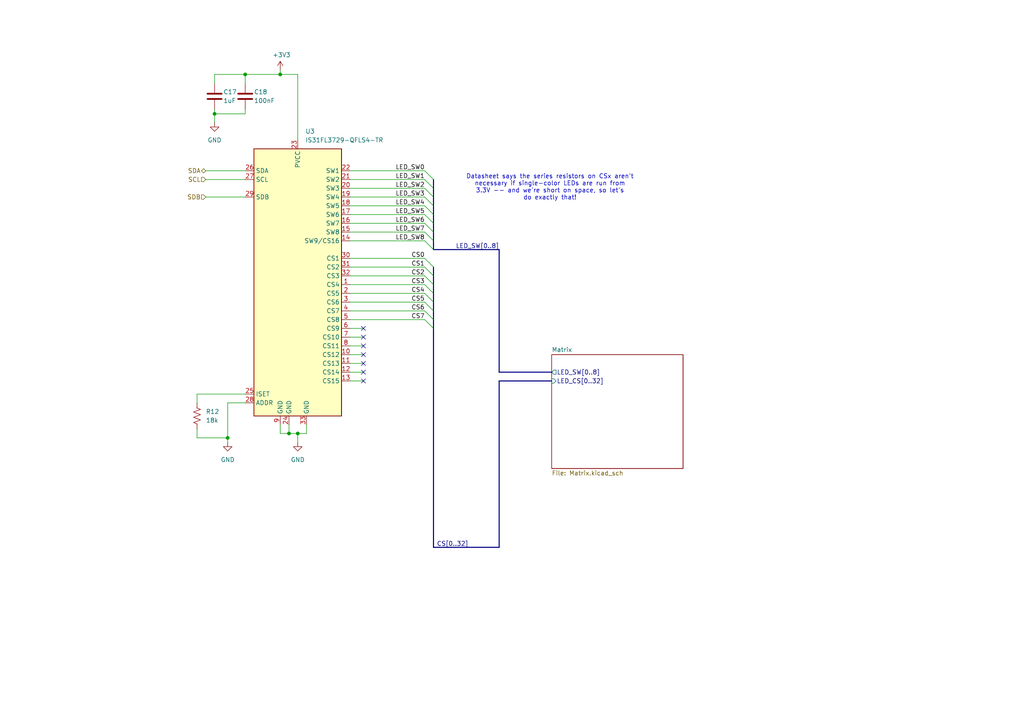
<source format=kicad_sch>
(kicad_sch (version 20231120) (generator "eeschema") (generator_version "8.0")
  (paper "A4")
  (title_block (title "LED Matrix Input Module - LED Driver") (date "2022-12-18") (company "Framework Computer Inc") (comment 1 "This work is licensed under a Creative Commons Attribution 4.0 International License") (comment 2 "https://github.com/FrameworkComputer/InputModules") (comment 3 "https://frame.work"))
  (lib_symbols
    (symbol "Device:C" (pin_numbers hide) (pin_names (offset 0.254))
      (property "Reference" "C" (at 0.635 2.54 0))
      (property "Value" "C" (at 0.635 -2.54 0))
      (symbol "C_0_1"
        (polyline (pts (xy -2.032 -0.762) (xy 2.032 -0.762)) (stroke (width 0.508)))
        (polyline (pts (xy -2.032 0.762) (xy 2.032 0.762)) (stroke (width 0.508)))
      )
      (symbol "C_1_1"
        (pin passive line (at 0 3.81 270) (length 2.794) (name "~") (number "1"))
        (pin passive line (at 0 -3.81 90) (length 2.794) (name "~") (number "2"))
      )
    )
    (symbol "Device:R_US" (pin_numbers hide) (pin_names (offset 0))
      (property "Reference" "R" (at 2.54 0 90))
      (property "Value" "R_US" (at -2.54 0 90))
      (symbol "R_US_0_1"
        (polyline (pts (xy 0 -2.286) (xy 0 -2.54)))
        (polyline (pts (xy 0 2.286) (xy 0 2.54)))
        (polyline (pts (xy 0 -0.762) (xy 1.016 -1.143) (xy 0 -1.524) (xy -1.016 -1.905) (xy 0 -2.286)))
        (polyline (pts (xy 0 0.762) (xy 1.016 0.381) (xy 0 0) (xy -1.016 -0.381) (xy 0 -0.762)))
        (polyline (pts (xy 0 2.286) (xy 1.016 1.905) (xy 0 1.524) (xy -1.016 1.143) (xy 0 0.762)))
      )
      (symbol "R_US_1_1"
        (pin passive line (at 0 3.81 270) (length 1.27) (name "~") (number "1"))
        (pin passive line (at 0 -3.81 90) (length 1.27) (name "~") (number "2"))
      )
    )
    (symbol "LEDMatrix:IS31FL3729"
      (property "Reference" "U" (at -11.43 67.31 0))
      (property "Value" "IS31FL3729-QFLS4-TR" (at 8.89 67.31 0))
      (symbol "IS31FL3729_0_1"
        (rectangle (start -12.7 66.04) (end 12.7 -11.43) (stroke (width 0.254)) (fill (type background)))
      )
      (symbol "IS31FL3729_1_1"
        (pin output line (at 15.24 26.67 180) (length 2.54) (name "CS4") (number "1"))
        (pin output line (at 15.24 6.35 180) (length 2.54) (name "CS12") (number "10"))
        (pin output line (at 15.24 3.81 180) (length 2.54) (name "CS13") (number "11"))
        (pin output line (at 15.24 1.27 180) (length 2.54) (name "CS14") (number "12"))
        (pin output line (at 15.24 -1.27 180) (length 2.54) (name "CS15") (number "13"))
        (pin input line (at 15.24 39.37 180) (length 2.54) (name "SW9/CS16") (number "14"))
        (pin input line (at 15.24 41.91 180) (length 2.54) (name "SW8") (number "15"))
        (pin input line (at 15.24 44.45 180) (length 2.54) (name "SW7") (number "16"))
        (pin input line (at 15.24 46.99 180) (length 2.54) (name "SW6") (number "17"))
        (pin input line (at 15.24 49.53 180) (length 2.54) (name "SW5") (number "18"))
        (pin input line (at 15.24 52.07 180) (length 2.54) (name "SW4") (number "19"))
        (pin output line (at 15.24 24.13 180) (length 2.54) (name "CS5") (number "2"))
        (pin input line (at 15.24 54.61 180) (length 2.54) (name "SW3") (number "20"))
        (pin input line (at 15.24 57.15 180) (length 2.54) (name "SW2") (number "21"))
        (pin input line (at 15.24 59.69 180) (length 2.54) (name "SW1") (number "22"))
        (pin power_in line (at 0 68.58 270) (length 2.54) (name "PVCC") (number "23"))
        (pin power_in line (at -2.54 -13.97 90) (length 2.54) (name "GND") (number "24"))
        (pin input line (at -15.24 -5.08 0) (length 2.54) (name "ISET") (number "25"))
        (pin bidirectional line (at -15.24 59.69 0) (length 2.54) (name "SDA") (number "26"))
        (pin input line (at -15.24 57.15 0) (length 2.54) (name "SCL") (number "27"))
        (pin input line (at -15.24 -7.62 0) (length 2.54) (name "ADDR") (number "28"))
        (pin input line (at -15.24 52.07 0) (length 2.54) (name "SDB") (number "29"))
        (pin output line (at 15.24 21.59 180) (length 2.54) (name "CS6") (number "3"))
        (pin output line (at 15.24 34.29 180) (length 2.54) (name "CS1") (number "30"))
        (pin output line (at 15.24 31.75 180) (length 2.54) (name "CS2") (number "31"))
        (pin output line (at 15.24 29.21 180) (length 2.54) (name "CS3") (number "32"))
        (pin power_in line (at 2.54 -13.97 90) (length 2.54) (name "GND") (number "33"))
        (pin output line (at 15.24 19.05 180) (length 2.54) (name "CS7") (number "4"))
        (pin output line (at 15.24 16.51 180) (length 2.54) (name "CS8") (number "5"))
        (pin output line (at 15.24 13.97 180) (length 2.54) (name "CS9") (number "6"))
        (pin output line (at 15.24 11.43 180) (length 2.54) (name "CS10") (number "7"))
        (pin output line (at 15.24 8.89 180) (length 2.54) (name "CS11") (number "8"))
        (pin power_in line (at -5.08 -13.97 90) (length 2.54) (name "GND") (number "9"))
      )
    )
    (symbol "power:+3V3" (power) (pin_numbers hide) (pin_names (offset 0) hide)
      (property "Value" "+3V3" (at 0 3.556 0))
      (symbol "+3V3_0_1"
        (polyline (pts (xy -0.762 1.27) (xy 0 2.54)))
        (polyline (pts (xy 0 0) (xy 0 2.54)))
        (polyline (pts (xy 0 2.54) (xy 0.762 1.27)))
      )
      (symbol "+3V3_1_1"
        (pin power_in line (at 0 0 90) (length 0) (name "~") (number "1"))
      )
    )
    (symbol "power:GND" (power) (pin_numbers hide) (pin_names (offset 0) hide)
      (property "Value" "GND" (at 0 -3.81 0))
      (symbol "GND_0_1"
        (polyline (pts (xy 0 0) (xy 0 -1.27) (xy 1.27 -1.27) (xy 0 -2.54) (xy -1.27 -1.27) (xy 0 -1.27)))
      )
      (symbol "GND_1_1"
        (pin power_in line (at 0 0 270) (length 0) (name "~") (number "1"))
      )
    )
  )
  (junction (at 86.36 125.73))
  (junction (at 66.04 127))
  (junction (at 83.82 125.73))
  (junction (at 81.28 21.59))
  (junction (at 62.23 33.02))
  (junction (at 71.12 21.59))
  (no_connect (at 105.41 97.79))
  (no_connect (at 105.41 102.87))
  (no_connect (at 105.41 107.95))
  (no_connect (at 105.41 100.33))
  (no_connect (at 105.41 95.25))
  (no_connect (at 105.41 110.49))
  (no_connect (at 105.41 105.41))
  (bus_entry (at 123.19 62.23) (size 2.54 2.54))
  (bus_entry (at 123.19 92.71) (size 2.54 2.54))
  (bus_entry (at 123.19 59.69) (size 2.54 2.54))
  (bus_entry (at 123.19 69.85) (size 2.54 2.54))
  (bus_entry (at 123.19 90.17) (size 2.54 2.54))
  (bus_entry (at 123.19 87.63) (size 2.54 2.54))
  (bus_entry (at 123.19 82.55) (size 2.54 2.54))
  (bus_entry (at 123.19 49.53) (size 2.54 2.54))
  (bus_entry (at 123.19 80.01) (size 2.54 2.54))
  (bus_entry (at 123.19 52.07) (size 2.54 2.54))
  (bus_entry (at 123.19 54.61) (size 2.54 2.54))
  (bus_entry (at 123.19 64.77) (size 2.54 2.54))
  (bus_entry (at 123.19 77.47) (size 2.54 2.54))
  (bus_entry (at 123.19 74.93) (size 2.54 2.54))
  (bus_entry (at 123.19 57.15) (size 2.54 2.54))
  (bus_entry (at 123.19 67.31) (size 2.54 2.54))
  (bus_entry (at 123.19 85.09) (size 2.54 2.54))
  (wire (pts (xy 101.6 67.31) (xy 123.19 67.31)))
  (bus (pts (xy 125.73 90.17) (xy 125.73 92.71)))
  (bus (pts (xy 125.73 64.77) (xy 125.73 67.31)))
  (wire (pts (xy 101.6 87.63) (xy 123.19 87.63)))
  (wire (pts (xy 101.6 80.01) (xy 123.19 80.01)))
  (wire (pts (xy 71.12 31.75) (xy 71.12 33.02)))
  (wire (pts (xy 101.6 95.25) (xy 105.41 95.25)))
  (bus (pts (xy 125.73 62.23) (xy 125.73 64.77)))
  (wire (pts (xy 59.69 52.07) (xy 71.12 52.07)))
  (bus (pts (xy 125.73 67.31) (xy 125.73 69.85)))
  (wire (pts (xy 57.15 127) (xy 66.04 127)))
  (wire (pts (xy 57.15 124.46) (xy 57.15 127)))
  (wire (pts (xy 101.6 62.23) (xy 123.19 62.23)))
  (wire (pts (xy 101.6 52.07) (xy 123.19 52.07)))
  (wire (pts (xy 71.12 21.59) (xy 71.12 24.13)))
  (wire (pts (xy 101.6 54.61) (xy 123.19 54.61)))
  (wire (pts (xy 66.04 127) (xy 66.04 128.27)))
  (bus (pts (xy 125.73 77.47) (xy 125.73 80.01)))
  (wire (pts (xy 101.6 49.53) (xy 123.19 49.53)))
  (bus (pts (xy 125.73 80.01) (xy 125.73 82.55)))
  (bus (pts (xy 125.73 85.09) (xy 125.73 87.63)))
  (wire (pts (xy 62.23 31.75) (xy 62.23 33.02)))
  (bus (pts (xy 144.78 72.39) (xy 144.78 107.95)))
  (wire (pts (xy 81.28 123.19) (xy 81.28 125.73)))
  (bus (pts (xy 144.78 158.75) (xy 144.78 110.49)))
  (wire (pts (xy 81.28 21.59) (xy 81.28 20.32)))
  (bus (pts (xy 125.73 82.55) (xy 125.73 85.09)))
  (wire (pts (xy 59.69 57.15) (xy 71.12 57.15)))
  (bus (pts (xy 125.73 54.61) (xy 125.73 57.15)))
  (wire (pts (xy 101.6 105.41) (xy 105.41 105.41)))
  (bus (pts (xy 125.73 72.39) (xy 144.78 72.39)))
  (wire (pts (xy 101.6 74.93) (xy 123.19 74.93)))
  (wire (pts (xy 86.36 125.73) (xy 83.82 125.73)))
  (bus (pts (xy 125.73 92.71) (xy 125.73 95.25)))
  (wire (pts (xy 101.6 100.33) (xy 105.41 100.33)))
  (wire (pts (xy 101.6 57.15) (xy 123.19 57.15)))
  (bus (pts (xy 144.78 107.95) (xy 160.02 107.95)))
  (wire (pts (xy 101.6 102.87) (xy 105.41 102.87)))
  (bus (pts (xy 125.73 52.07) (xy 125.73 54.61)))
  (bus (pts (xy 125.73 69.85) (xy 125.73 72.39)))
  (wire (pts (xy 101.6 110.49) (xy 105.41 110.49)))
  (wire (pts (xy 66.04 116.84) (xy 66.04 127)))
  (wire (pts (xy 101.6 69.85) (xy 123.19 69.85)))
  (wire (pts (xy 71.12 114.3) (xy 57.15 114.3)))
  (wire (pts (xy 88.9 123.19) (xy 88.9 125.73)))
  (wire (pts (xy 101.6 64.77) (xy 123.19 64.77)))
  (bus (pts (xy 125.73 95.25) (xy 125.73 158.75)))
  (wire (pts (xy 83.82 125.73) (xy 83.82 123.19)))
  (wire (pts (xy 101.6 85.09) (xy 123.19 85.09)))
  (wire (pts (xy 101.6 59.69) (xy 123.19 59.69)))
  (bus (pts (xy 125.73 59.69) (xy 125.73 62.23)))
  (wire (pts (xy 101.6 107.95) (xy 105.41 107.95)))
  (wire (pts (xy 71.12 116.84) (xy 66.04 116.84)))
  (wire (pts (xy 86.36 40.64) (xy 86.36 21.59)))
  (wire (pts (xy 62.23 21.59) (xy 71.12 21.59)))
  (wire (pts (xy 88.9 125.73) (xy 86.36 125.73)))
  (wire (pts (xy 57.15 114.3) (xy 57.15 116.84)))
  (bus (pts (xy 125.73 57.15) (xy 125.73 59.69)))
  (wire (pts (xy 101.6 90.17) (xy 123.19 90.17)))
  (wire (pts (xy 101.6 97.79) (xy 105.41 97.79)))
  (wire (pts (xy 101.6 77.47) (xy 123.19 77.47)))
  (wire (pts (xy 101.6 82.55) (xy 123.19 82.55)))
  (wire (pts (xy 81.28 125.73) (xy 83.82 125.73)))
  (wire (pts (xy 81.28 21.59) (xy 86.36 21.59)))
  (bus (pts (xy 144.78 110.49) (xy 160.02 110.49)))
  (bus (pts (xy 125.73 87.63) (xy 125.73 90.17)))
  (wire (pts (xy 62.23 33.02) (xy 62.23 35.56)))
  (wire (pts (xy 71.12 21.59) (xy 81.28 21.59)))
  (wire (pts (xy 62.23 24.13) (xy 62.23 21.59)))
  (wire (pts (xy 71.12 33.02) (xy 62.23 33.02)))
  (bus (pts (xy 125.73 158.75) (xy 144.78 158.75)))
  (wire (pts (xy 101.6 92.71) (xy 123.19 92.71)))
  (wire (pts (xy 59.69 49.53) (xy 71.12 49.53)))
  (wire (pts (xy 86.36 125.73) (xy 86.36 128.27)))
  (text "Datasheet says the series resistors on CSx aren't\nnecessary if single-color LEDs are run from\n3.3V -- and we're short on space, so let's\ndo exactly that!" (at 159.512 54.356 0) (effects (font (size 1.27 1.27))))
  (label "LED_SW5" (at 123.19 62.23 180))
  (label "LED_SW1" (at 123.19 52.07 180))
  (label "LED_SW4" (at 123.19 59.69 180))
  (label "LED_SW8" (at 123.19 69.85 180))
  (label "CS0" (at 123.19 74.93 180))
  (label "LED_SW7" (at 123.19 67.31 180))
  (label "LED_SW3" (at 123.19 57.15 180))
  (label "LED_SW0" (at 123.19 49.53 180))
  (label "LED_SW[0..8]" (at 144.78 72.39 180))
  (label "CS5" (at 123.19 87.63 180))
  (label "CS7" (at 123.19 92.71 180))
  (label "CS6" (at 123.19 90.17 180))
  (label "CS1" (at 123.19 77.47 180))
  (label "LED_SW2" (at 123.19 54.61 180))
  (label "CS2" (at 123.19 80.01 180))
  (label "CS4" (at 123.19 85.09 180))
  (label "CS3" (at 123.19 82.55 180))
  (label "LED_SW6" (at 123.19 64.77 180))
  (label "CS[0..32]" (at 135.89 158.75 180))
  (hierarchical_label "SDB" (shape input) (at 59.69 57.15 180))
  (hierarchical_label "SCL" (shape input) (at 59.69 52.07 180))
  (hierarchical_label "SDA" (shape bidirectional) (at 59.69 49.53 180))
  (symbol (lib_id "Device:R_US") (at 57.15 120.65 0) (unit 1)
    (property "Reference" "R12" (at 59.69 119.3799 0) (effects (justify left)))
    (property "Value" "18k" (at 59.69 121.9199 0) (effects (justify left)))
    (property "Footprint" "Resistor_SMD:R_0402_1005Metric" (effects (hide yes)))
    (property "Description" "Resistor, US symbol" (effects (hide yes)))
    (property "LCSC" "C25762" (effects (hide yes)))
  )
  (symbol (lib_id "power:+3V3") (at 81.28 20.32 0) (unit 1)
    (property "Reference" "#PWR01" (effects (hide yes)))
    (property "Value" "+3V3" (at 81.661 15.9258 0))
    (property "Description" "Power symbol creates a global label with name \"+3V3\"" (effects (hide yes)))
  )
  (symbol (lib_id "Device:C") (at 71.12 27.94 0) (unit 1)
    (property "Reference" "C18" (at 73.66 26.67 0) (effects (justify left)))
    (property "Value" "100nF" (at 73.66 29.21 0) (effects (justify left)))
    (property "Footprint" "Capacitor_SMD:C_0402_1005Metric" (effects (hide yes)))
    (property "Description" "Unpolarized capacitor" (effects (hide yes)))
    (property "Digikey" "1276-1001-1-ND" (effects (hide yes)))
    (property "LCSC" "C1525" (effects (hide yes)))
  )
  (symbol (lib_id "power:GND") (at 62.23 35.56 0) (unit 1)
    (property "Reference" "#PWR028" (effects (hide yes)))
    (property "Value" "GND" (at 62.23 40.64 0))
    (property "Description" "Power symbol creates a global label with name \"GND\" , ground" (effects (hide yes)))
  )
  (symbol (lib_id "Device:C") (at 62.23 27.94 0) (unit 1)
    (property "Reference" "C17" (at 64.77 26.67 0) (effects (justify left)))
    (property "Value" "1uF" (at 64.77 29.21 0) (effects (justify left)))
    (property "Footprint" "Capacitor_SMD:C_0402_1005Metric" (effects (hide yes)))
    (property "Description" "Unpolarized capacitor" (effects (hide yes)))
    (property "Digikey" "1276-1445-1-ND" (effects (hide yes)))
    (property "LCSC" "C52923" (effects (hide yes)))
  )
  (symbol (lib_id "power:GND") (at 86.36 128.27 0) (unit 1)
    (property "Reference" "#PWR031" (effects (hide yes)))
    (property "Value" "GND" (at 86.36 133.35 0))
    (property "Description" "Power symbol creates a global label with name \"GND\" , ground" (effects (hide yes)))
  )
  (symbol (lib_id "power:GND") (at 66.04 128.27 0) (unit 1)
    (property "Reference" "#PWR029" (effects (hide yes)))
    (property "Value" "GND" (at 66.04 133.35 0))
    (property "Description" "Power symbol creates a global label with name \"GND\" , ground" (effects (hide yes)))
  )
  (symbol (lib_id "LEDMatrix:IS31FL3729") (at 86.36 109.22 0) (unit 1)
    (property "Reference" "U3" (at 88.5541 38.1 0) (effects (justify left)))
    (property "Value" "IS31FL3729-QFLS4-TR" (at 88.5541 40.64 0) (effects (justify left)))
    (property "Footprint" "Package_DFN_QFN:Texas_RSN_WQFN-32-1EP_4x4mm_P0.4mm_EP2.8x2.8mm_ThermalVias" (effects (hide yes)))
    (property "Datasheet" "https://www.lumissil.com/assets/pdf/core/IS31FL3729_DS.pdf" (effects (hide yes)))
    (property "Description" "16×8/15x9 DOTS MATRIX LED DRIVER, QFN-32" (effects (hide yes)))
    (property "Digikey" "2521-IS31FL3729-QFLS4-CT-ND" (effects (hide yes)))
    (property "LCSC" "C2940549" (effects (hide yes)))
  )
  (sheet (at 160.02 102.87) (size 38.1 33.02) (stroke (width 0.1524))
    (property "Sheetname" "Matrix" (at 160.02 102.1584 0) (effects (justify left bottom)))
    (property "Sheetfile" "Matrix.kicad_sch" (at 160.02 136.4746 0) (effects (justify left top)))
    (pin "LED_SW[0..8]" output (at 160.02 107.95 180))
    (pin "LED_CS[0..32]" input (at 160.02 110.49 180))
  )
)
</source>
